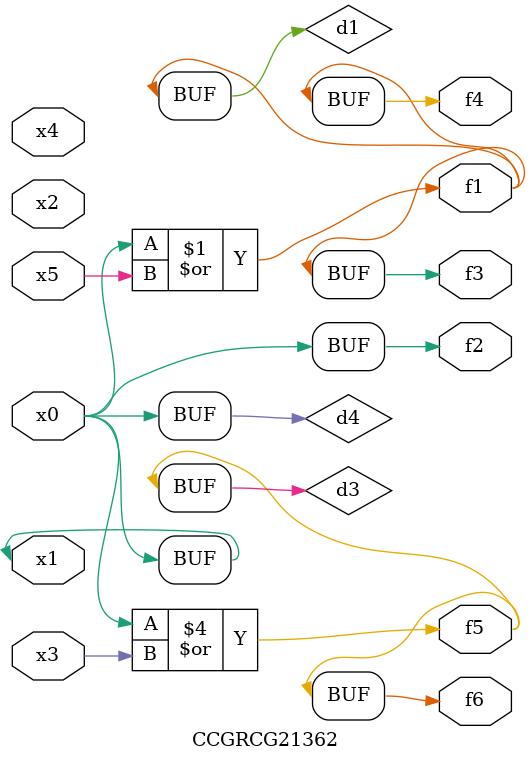
<source format=v>
module CCGRCG21362(
	input x0, x1, x2, x3, x4, x5,
	output f1, f2, f3, f4, f5, f6
);

	wire d1, d2, d3, d4;

	or (d1, x0, x5);
	xnor (d2, x1, x4);
	or (d3, x0, x3);
	buf (d4, x0, x1);
	assign f1 = d1;
	assign f2 = d4;
	assign f3 = d1;
	assign f4 = d1;
	assign f5 = d3;
	assign f6 = d3;
endmodule

</source>
